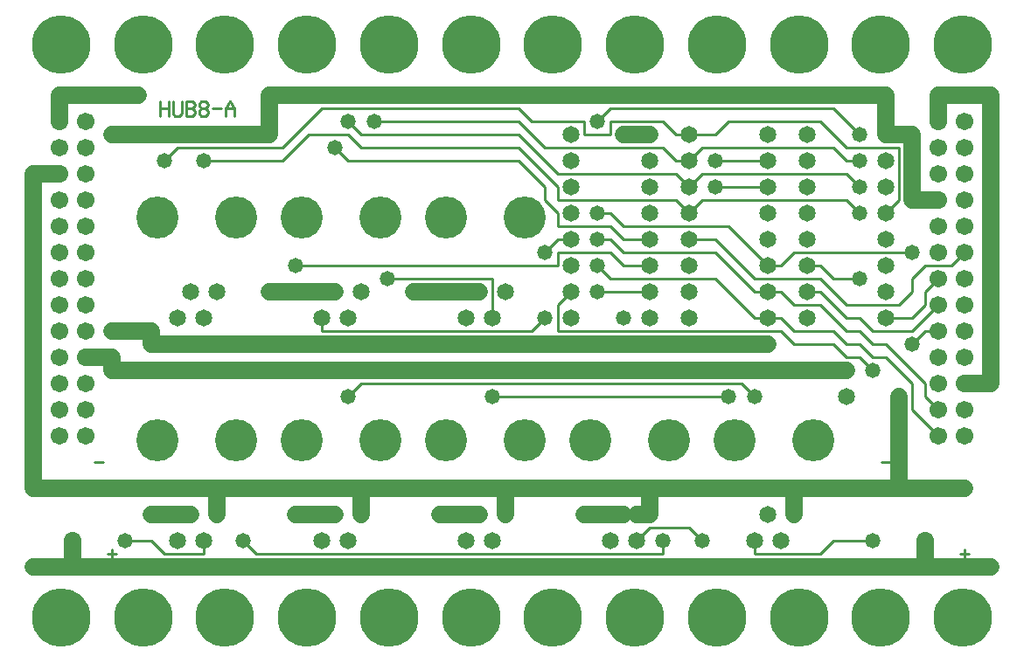
<source format=gtl>
%MOIN*%
%FSLAX25Y25*%
G04 D10 used for Character Trace; *
G04     Circle (OD=.01000) (No hole)*
G04 D11 used for Power Trace; *
G04     Circle (OD=.06700) (No hole)*
G04 D12 used for Signal Trace; *
G04     Circle (OD=.01100) (No hole)*
G04 D13 used for Via; *
G04     Circle (OD=.05800) (Round. Hole ID=.02800)*
G04 D14 used for Component hole; *
G04     Circle (OD=.06500) (Round. Hole ID=.03500)*
G04 D15 used for Component hole; *
G04     Circle (OD=.06700) (Round. Hole ID=.04300)*
G04 D16 used for Component hole; *
G04     Circle (OD=.08100) (Round. Hole ID=.05100)*
G04 D17 used for Component hole; *
G04     Circle (OD=.08900) (Round. Hole ID=.05900)*
G04 D18 used for Component hole; *
G04     Circle (OD=.11300) (Round. Hole ID=.08300)*
G04 D19 used for Component hole; *
G04     Circle (OD=.16000) (Round. Hole ID=.13000)*
G04 D20 used for Component hole; *
G04     Circle (OD=.18300) (Round. Hole ID=.15300)*
G04 D21 used for Component hole; *
G04     Circle (OD=.22291) (Round. Hole ID=.19291)*
%ADD10C,.01000*%
%ADD11C,.06700*%
%ADD12C,.01100*%
%ADD13C,.05800*%
%ADD14C,.06500*%
%ADD15C,.06700*%
%ADD16C,.08100*%
%ADD17C,.08900*%
%ADD18C,.11300*%
%ADD19C,.16000*%
%ADD20C,.18300*%
%ADD21C,.22291*%
%IPPOS*%
%LPD*%
G90*X0Y0D02*D21*X15625Y15625D03*D11*              
X5000Y35000D02*X20000D01*D14*X5000D03*D11*        
X20000D02*X50000D01*D14*D03*D11*X95000D01*D14*D03*
D11*X105000D01*D14*D03*D11*X160000D01*D14*D03*D11*
X205000D01*D14*D03*D11*X215000D01*D14*D03*D11*    
X270000D01*D14*D03*D11*X315000D01*D14*D03*D11*    
X345000D01*X370000D01*D14*D03*D10*                
X358326Y40000D02*X361674D01*X360000Y41914D02*     
Y38086D01*D21*X359375Y15625D03*D15*               
X345000Y45000D03*D11*Y35000D01*D21*               
X328125Y15625D03*D13*X325000Y45000D03*D12*        
X310000D01*X305000Y40000D01*X280000D01*Y45000D01* 
D14*D03*X285000Y55000D03*X290000Y45000D03*        
X295000Y55000D03*D11*Y65000D01*X255000D01*D14*D03*
D11*X240000D01*Y55000D01*D14*D03*D11*X235000D01*  
D12*Y45000D02*X240000Y50000D01*D14*               
X235000Y45000D03*D12*X240000Y50000D02*X255000D01* 
X260000Y45000D01*D13*D03*X245000D03*D12*Y40000D01*
X90000D01*X85000Y45000D01*D13*D03*D14*            
X75000Y55000D03*D11*Y65000D01*X20000D01*D15*D03*  
D11*X5000D01*Y185000D01*X15000D01*D15*D03*        
X25000Y175000D03*Y195000D03*Y185000D03*           
X15000Y195000D03*Y175000D03*X25000Y205000D03*     
X15000D03*D11*Y215000D01*X45000D01*D14*D03*D10*   
X53326Y207129D02*Y212871D01*X56674Y207129D02*     
Y212871D01*X53326Y210000D02*X56674D01*            
X61674Y212871D02*Y208086D01*X60837Y207129D01*     
X59163D01*X58326Y208086D01*Y212871D01*            
X63326Y207129D02*Y212871D01*X65837D01*            
X66674Y211914D01*Y210957D01*X65837Y210000D01*     
X66674Y209043D01*Y208086D01*X65837Y207129D01*     
X63326D01*Y210000D02*X65837D01*X69163D02*         
X68326Y210957D01*Y211914D01*X69163Y212871D01*     
X70837D01*X71674Y211914D01*Y210957D01*            
X70837Y210000D01*X69163D01*X68326Y209043D01*      
Y208086D01*X69163Y207129D01*X70837D01*            
X71674Y208086D01*Y209043D01*X70837Y210000D01*     
X73326D02*X76674D01*X78326Y207129D02*Y210000D01*  
X80000Y212871D01*X81674Y210000D01*Y207129D01*     
X78326Y210000D02*X81674D01*D14*X35000Y200000D03*  
D11*X95000D01*D14*D03*D11*Y215000D01*X150000D01*  
D14*D03*D11*X240000D01*D14*D03*D11*X285000D01*D14*
D03*D11*X310000D01*D14*D03*D11*X330000D01*        
Y200000D01*D14*D03*D11*X340000D01*Y175000D01*     
X350000D01*D15*D03*X360000Y165000D03*Y185000D03*  
Y175000D03*X350000Y185000D03*Y165000D03*D12*      
X330000Y170000D02*X335000Y175000D01*D14*          
X330000Y170000D03*D12*X335000Y175000D02*          
Y195000D01*X315000D01*X305000Y205000D01*          
X270000D01*X265000Y200000D01*X255000D01*D14*D03*  
D12*X250000D01*X245000Y205000D01*X225000D01*      
Y200000D01*X215000D01*Y205000D01*X195000D01*      
X190000Y210000D01*X115000D01*X100000Y195000D01*   
X60000D01*X55000Y190000D01*D13*D03*X70000D03*D12* 
X100000D01*X110000Y200000D01*X125000D01*          
X130000Y195000D01*X190000D01*X205000Y180000D01*   
Y175000D01*X250000D01*X255000Y170000D01*D14*D03*  
D12*X260000Y175000D01*X315000D01*                 
X320000Y170000D01*D13*D03*D14*X330000Y160000D03*  
Y180000D03*D13*X320000D03*D12*X315000Y185000D01*  
X260000D01*X255000Y180000D01*D14*D03*D12*         
X250000Y185000D01*X205000D01*X190000Y200000D01*   
X130000D01*X125000Y205000D01*D13*D03*             
X120000Y195000D03*D12*X125000Y190000D01*          
X190000D01*X200000Y180000D01*Y175000D01*          
X205000Y170000D01*Y165000D01*X225000D01*          
X230000Y160000D01*X240000D01*D14*D03*D12*         
X230000Y150000D02*X240000D01*D14*D03*D12*         
X230000Y155000D02*X265000D01*X280000Y140000D01*   
X285000D01*D14*D03*D12*X290000D01*                
X295000Y135000D01*X305000D01*X315000Y125000D01*   
X320000D01*X325000Y120000D01*X330000D01*          
X345000Y105000D01*Y100000D01*X350000Y95000D01*D15*
D03*X360000Y85000D03*Y105000D03*D11*X370000D01*   
Y215000D01*X350000D01*Y205000D01*D15*D03*         
X360000Y195000D03*Y205000D03*X350000Y195000D03*   
D14*X330000Y190000D03*D21*X359375Y234375D03*D13*  
X320000Y200000D03*D12*X310000Y210000D01*          
X225000D01*X220000Y205000D01*D13*D03*             
X230000Y200000D03*D11*X240000D01*D14*D03*D12*     
X250000Y190000D02*X245000Y195000D01*              
X250000Y190000D02*X255000D01*D14*D03*D12*         
X260000Y195000D01*X310000D01*X315000Y190000D01*   
X320000D01*D13*D03*D14*X300000Y170000D03*         
Y200000D03*Y190000D03*Y180000D03*Y160000D03*D12*  
X290000Y150000D02*X295000Y155000D01*              
X285000Y150000D02*X290000D01*D14*X285000D03*D12*  
X270000Y165000D01*X230000D01*X225000Y170000D01*   
X220000D01*D13*D03*D14*X210000Y180000D03*         
Y160000D03*D12*X205000D01*X200000Y155000D01*D13*  
D03*D12*X105000Y150000D02*X205000D01*D13*         
X105000D03*D14*X95000Y140000D03*D11*X120000D01*   
D14*D03*X115000Y130000D03*D12*Y125000D01*         
X195000D01*X200000Y130000D01*D13*D03*D12*         
X205000Y125000D02*X290000D01*X295000Y120000D01*   
X310000D01*X315000Y115000D01*X320000D01*          
X325000Y110000D01*D13*D03*D12*X340000Y105000D02*  
X330000Y115000D01*X340000Y95000D02*Y105000D01*    
X350000Y85000D02*X340000Y95000D01*D15*            
X350000Y85000D03*X360000Y95000D03*D14*            
X335000Y100000D03*D11*Y65000D01*X295000D01*D19*   
X272500Y83500D03*X302500D03*D14*X315000Y100000D03*
D10*X328326Y75000D02*X331674D01*D13*              
X280000Y100000D03*D12*X275000Y105000D01*          
X130000D01*X125000Y100000D01*D13*D03*D19*         
X107500Y83500D03*X137500D03*D14*X135000Y120000D03*
D11*X80000D01*D14*D03*D11*X50000D01*Y125000D01*   
X35000D01*D14*D03*D15*X25000Y135000D03*Y115000D03*
D11*X35000D01*Y110000D01*X50000D01*D14*D03*D11*   
X95000D01*D14*D03*D11*X160000D01*D14*D03*D11*     
X205000D01*D13*D03*D11*X230000D01*D14*D03*D11*    
X275000D01*D14*D03*D11*X315000D01*D14*D03*D12*    
X325000Y115000D02*X320000Y120000D01*              
X325000Y115000D02*X330000D01*X325000Y125000D02*   
X340000D01*X325000D02*X320000Y130000D01*          
X315000D01*X305000Y140000D01*X300000D01*D14*D03*  
D12*X315000Y135000D02*X305000Y145000D01*          
X315000Y135000D02*X335000D01*X340000Y140000D01*   
Y145000D01*X345000Y150000D01*X355000D01*          
X360000Y155000D01*D15*D03*X350000Y145000D03*D12*  
X345000Y140000D01*Y135000D01*X340000Y130000D01*   
X330000D01*D14*D03*D13*X340000Y120000D03*D12*     
X345000Y125000D01*X350000D01*D15*D03*             
X360000Y115000D03*Y135000D03*Y125000D03*          
X350000Y135000D03*D12*X340000Y125000D01*D15*      
X350000Y115000D03*D14*X330000Y140000D03*D15*      
X360000Y145000D03*D13*X320000D03*D12*X310000D01*  
X305000Y150000D01*X300000D01*D14*D03*D12*         
X280000Y145000D02*X305000D01*X280000D02*          
X265000Y160000D01*X255000D01*D14*D03*Y150000D03*  
X240000Y170000D03*D12*X280000Y130000D02*          
X265000Y145000D01*X280000Y130000D02*X285000D01*   
D14*D03*D12*X290000D01*X295000Y125000D01*         
X310000D01*X315000Y120000D01*X320000D01*D14*      
X300000Y130000D03*D15*X350000Y105000D03*D14*      
X330000Y150000D03*D15*X350000Y155000D03*D13*      
X340000D03*D12*X295000D01*D14*X285000Y160000D03*  
Y170000D03*Y180000D03*D12*X265000D01*D13*D03*     
Y190000D03*D12*X285000D01*D14*D03*Y200000D03*D12* 
X200000Y195000D02*X245000D01*X200000D02*          
X190000Y205000D01*X135000D01*D13*D03*D21*         
X140625Y234375D03*X109375D03*D19*                 
X107500Y168500D03*X137500D03*D21*                 
X171875Y234375D03*D19*X162500Y168500D03*          
X192500D03*D21*X78125Y234375D03*D19*              
X82500Y168500D03*D13*X140000Y145000D03*D12*       
X180000D01*Y130000D01*D14*D03*X190000Y120000D03*  
D11*X150000D01*D14*D03*D11*X135000D01*D14*        
X125000Y130000D03*X150000Y140000D03*D11*          
X175000D01*D14*D03*X170000Y130000D03*             
X185000Y140000D03*D11*X190000Y120000D02*          
X220000D01*D14*D03*D11*X255000D01*D14*D03*D11*    
X285000D01*D14*D03*D13*X270000Y100000D03*D12*     
X180000D01*D13*D03*D19*X162500Y83500D03*          
X192500D03*D12*X205000Y125000D02*Y135000D01*      
X210000Y140000D01*D14*D03*D13*X220000Y150000D03*  
D12*X225000Y145000D01*X265000D01*D14*             
X255000Y140000D03*Y130000D03*X240000Y140000D03*   
D12*X220000D01*D13*D03*X230000Y130000D03*D12*     
Y150000D02*X225000Y155000D01*X205000D01*          
Y150000D01*D14*X210000D03*D13*X220000Y160000D03*  
D12*X225000D01*X230000Y155000D01*D14*             
X210000Y170000D03*Y130000D03*X240000Y180000D03*   
Y130000D03*Y190000D03*X210000D03*Y200000D03*D19*  
X217500Y83500D03*X247500D03*D21*X296875Y234375D03*
X265625D03*X234375D03*X203125D03*D14*             
X150000Y65000D03*D11*X130000D01*Y55000D01*D14*D03*
X125000Y45000D03*D11*X75000Y65000D02*X130000D01*  
D14*X65000Y55000D03*D11*X50000D01*D14*D03*        
X60000Y45000D03*D13*X40000D03*D12*X50000D01*      
X55000Y40000D01*X70000D01*Y45000D01*D14*D03*D21*  
X46875Y15625D03*X78125D03*D10*X33326Y40000D02*    
X36674D01*X35000Y41914D02*Y38086D01*D14*          
X105000Y55000D03*D11*X120000D01*D14*D03*          
X115000Y45000D03*D11*X150000Y65000D02*X155000D01* 
D12*X150000D01*D11*X155000D02*X185000D01*         
Y55000D01*D14*D03*X180000Y45000D03*D11*           
X185000Y65000D02*X240000D01*D14*X230000Y55000D03* 
D11*X215000D01*D14*D03*X225000Y45000D03*D21*      
X203125Y15625D03*D14*X175000Y55000D03*D11*        
X160000D01*D14*D03*X170000Y45000D03*D21*          
X140625Y15625D03*X171875D03*X109375D03*X234375D03*
D19*X82500Y83500D03*D14*X75000Y140000D03*         
X130000D03*X70000Y130000D03*X65000Y140000D03*     
X60000Y130000D03*D21*X265625Y15625D03*D19*        
X52500Y83500D03*Y168500D03*D10*X28326Y75000D02*   
X31674D01*D15*X25000Y165000D03*Y155000D03*        
Y145000D03*Y125000D03*Y105000D03*D21*             
X296875Y15625D03*D15*X25000Y95000D03*Y85000D03*   
X20000Y45000D03*D11*Y35000D01*D15*X15000Y85000D03*
Y95000D03*Y105000D03*Y115000D03*Y125000D03*       
Y135000D03*Y145000D03*Y155000D03*Y165000D03*D21*  
X46875Y234375D03*X15625D03*X328125D03*D11*        
X335000Y65000D02*X345000D01*D15*D03*D11*          
X360000D01*D14*D03*M02*                           

</source>
